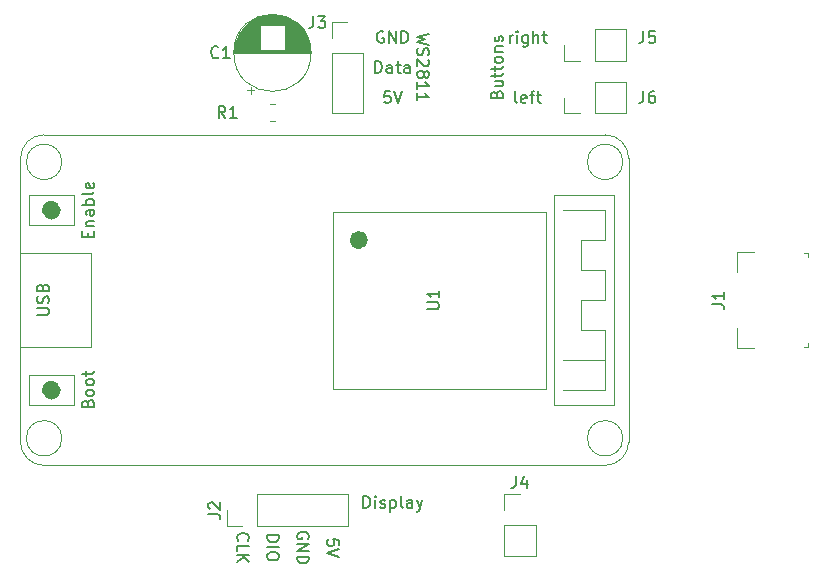
<source format=gbr>
%TF.GenerationSoftware,KiCad,Pcbnew,5.1.10*%
%TF.CreationDate,2021-10-27T21:34:53+02:00*%
%TF.ProjectId,JeanCloud_pcb_regular,4a65616e-436c-46f7-9564-5f7063625f72,rev?*%
%TF.SameCoordinates,Original*%
%TF.FileFunction,Legend,Top*%
%TF.FilePolarity,Positive*%
%FSLAX46Y46*%
G04 Gerber Fmt 4.6, Leading zero omitted, Abs format (unit mm)*
G04 Created by KiCad (PCBNEW 5.1.10) date 2021-10-27 21:34:53*
%MOMM*%
%LPD*%
G01*
G04 APERTURE LIST*
%ADD10C,0.150000*%
%ADD11C,0.100000*%
%ADD12C,0.120000*%
%ADD13C,0.800000*%
%ADD14C,1.000000*%
G04 APERTURE END LIST*
D10*
X57967619Y-71366190D02*
X58967619Y-71366190D01*
X58967619Y-71604285D01*
X58920000Y-71747142D01*
X58824761Y-71842380D01*
X58729523Y-71890000D01*
X58539047Y-71937619D01*
X58396190Y-71937619D01*
X58205714Y-71890000D01*
X58110476Y-71842380D01*
X58015238Y-71747142D01*
X57967619Y-71604285D01*
X57967619Y-71366190D01*
X57967619Y-72366190D02*
X58967619Y-72366190D01*
X58967619Y-73032857D02*
X58967619Y-73223333D01*
X58920000Y-73318571D01*
X58824761Y-73413809D01*
X58634285Y-73461428D01*
X58300952Y-73461428D01*
X58110476Y-73413809D01*
X58015238Y-73318571D01*
X57967619Y-73223333D01*
X57967619Y-73032857D01*
X58015238Y-72937619D01*
X58110476Y-72842380D01*
X58300952Y-72794761D01*
X58634285Y-72794761D01*
X58824761Y-72842380D01*
X58920000Y-72937619D01*
X58967619Y-73032857D01*
X55522857Y-71794761D02*
X55475238Y-71747142D01*
X55427619Y-71604285D01*
X55427619Y-71509047D01*
X55475238Y-71366190D01*
X55570476Y-71270952D01*
X55665714Y-71223333D01*
X55856190Y-71175714D01*
X55999047Y-71175714D01*
X56189523Y-71223333D01*
X56284761Y-71270952D01*
X56380000Y-71366190D01*
X56427619Y-71509047D01*
X56427619Y-71604285D01*
X56380000Y-71747142D01*
X56332380Y-71794761D01*
X55427619Y-72699523D02*
X55427619Y-72223333D01*
X56427619Y-72223333D01*
X55427619Y-73032857D02*
X56427619Y-73032857D01*
X55427619Y-73604285D02*
X55999047Y-73175714D01*
X56427619Y-73604285D02*
X55856190Y-73032857D01*
X64047619Y-72199523D02*
X64047619Y-71723333D01*
X63571428Y-71675714D01*
X63619047Y-71723333D01*
X63666666Y-71818571D01*
X63666666Y-72056666D01*
X63619047Y-72151904D01*
X63571428Y-72199523D01*
X63476190Y-72247142D01*
X63238095Y-72247142D01*
X63142857Y-72199523D01*
X63095238Y-72151904D01*
X63047619Y-72056666D01*
X63047619Y-71818571D01*
X63095238Y-71723333D01*
X63142857Y-71675714D01*
X64047619Y-72532857D02*
X63047619Y-72866190D01*
X64047619Y-73199523D01*
X61460000Y-71628095D02*
X61507619Y-71532857D01*
X61507619Y-71390000D01*
X61460000Y-71247142D01*
X61364761Y-71151904D01*
X61269523Y-71104285D01*
X61079047Y-71056666D01*
X60936190Y-71056666D01*
X60745714Y-71104285D01*
X60650476Y-71151904D01*
X60555238Y-71247142D01*
X60507619Y-71390000D01*
X60507619Y-71485238D01*
X60555238Y-71628095D01*
X60602857Y-71675714D01*
X60936190Y-71675714D01*
X60936190Y-71485238D01*
X60507619Y-72104285D02*
X61507619Y-72104285D01*
X60507619Y-72675714D01*
X61507619Y-72675714D01*
X60507619Y-73151904D02*
X61507619Y-73151904D01*
X61507619Y-73390000D01*
X61460000Y-73532857D01*
X61364761Y-73628095D01*
X61269523Y-73675714D01*
X61079047Y-73723333D01*
X60936190Y-73723333D01*
X60745714Y-73675714D01*
X60650476Y-73628095D01*
X60555238Y-73532857D01*
X60507619Y-73390000D01*
X60507619Y-73151904D01*
X66127619Y-69032380D02*
X66127619Y-68032380D01*
X66365714Y-68032380D01*
X66508571Y-68080000D01*
X66603809Y-68175238D01*
X66651428Y-68270476D01*
X66699047Y-68460952D01*
X66699047Y-68603809D01*
X66651428Y-68794285D01*
X66603809Y-68889523D01*
X66508571Y-68984761D01*
X66365714Y-69032380D01*
X66127619Y-69032380D01*
X67127619Y-69032380D02*
X67127619Y-68365714D01*
X67127619Y-68032380D02*
X67080000Y-68080000D01*
X67127619Y-68127619D01*
X67175238Y-68080000D01*
X67127619Y-68032380D01*
X67127619Y-68127619D01*
X67556190Y-68984761D02*
X67651428Y-69032380D01*
X67841904Y-69032380D01*
X67937142Y-68984761D01*
X67984761Y-68889523D01*
X67984761Y-68841904D01*
X67937142Y-68746666D01*
X67841904Y-68699047D01*
X67699047Y-68699047D01*
X67603809Y-68651428D01*
X67556190Y-68556190D01*
X67556190Y-68508571D01*
X67603809Y-68413333D01*
X67699047Y-68365714D01*
X67841904Y-68365714D01*
X67937142Y-68413333D01*
X68413333Y-68365714D02*
X68413333Y-69365714D01*
X68413333Y-68413333D02*
X68508571Y-68365714D01*
X68699047Y-68365714D01*
X68794285Y-68413333D01*
X68841904Y-68460952D01*
X68889523Y-68556190D01*
X68889523Y-68841904D01*
X68841904Y-68937142D01*
X68794285Y-68984761D01*
X68699047Y-69032380D01*
X68508571Y-69032380D01*
X68413333Y-68984761D01*
X69460952Y-69032380D02*
X69365714Y-68984761D01*
X69318095Y-68889523D01*
X69318095Y-68032380D01*
X70270476Y-69032380D02*
X70270476Y-68508571D01*
X70222857Y-68413333D01*
X70127619Y-68365714D01*
X69937142Y-68365714D01*
X69841904Y-68413333D01*
X70270476Y-68984761D02*
X70175238Y-69032380D01*
X69937142Y-69032380D01*
X69841904Y-68984761D01*
X69794285Y-68889523D01*
X69794285Y-68794285D01*
X69841904Y-68699047D01*
X69937142Y-68651428D01*
X70175238Y-68651428D01*
X70270476Y-68603809D01*
X70651428Y-68365714D02*
X70889523Y-69032380D01*
X71127619Y-68365714D02*
X70889523Y-69032380D01*
X70794285Y-69270476D01*
X70746666Y-69318095D01*
X70651428Y-69365714D01*
X77398571Y-34011904D02*
X77446190Y-33869047D01*
X77493809Y-33821428D01*
X77589047Y-33773809D01*
X77731904Y-33773809D01*
X77827142Y-33821428D01*
X77874761Y-33869047D01*
X77922380Y-33964285D01*
X77922380Y-34345238D01*
X76922380Y-34345238D01*
X76922380Y-34011904D01*
X76970000Y-33916666D01*
X77017619Y-33869047D01*
X77112857Y-33821428D01*
X77208095Y-33821428D01*
X77303333Y-33869047D01*
X77350952Y-33916666D01*
X77398571Y-34011904D01*
X77398571Y-34345238D01*
X77255714Y-32916666D02*
X77922380Y-32916666D01*
X77255714Y-33345238D02*
X77779523Y-33345238D01*
X77874761Y-33297619D01*
X77922380Y-33202380D01*
X77922380Y-33059523D01*
X77874761Y-32964285D01*
X77827142Y-32916666D01*
X77255714Y-32583333D02*
X77255714Y-32202380D01*
X76922380Y-32440476D02*
X77779523Y-32440476D01*
X77874761Y-32392857D01*
X77922380Y-32297619D01*
X77922380Y-32202380D01*
X77255714Y-32011904D02*
X77255714Y-31630952D01*
X76922380Y-31869047D02*
X77779523Y-31869047D01*
X77874761Y-31821428D01*
X77922380Y-31726190D01*
X77922380Y-31630952D01*
X77922380Y-31154761D02*
X77874761Y-31250000D01*
X77827142Y-31297619D01*
X77731904Y-31345238D01*
X77446190Y-31345238D01*
X77350952Y-31297619D01*
X77303333Y-31250000D01*
X77255714Y-31154761D01*
X77255714Y-31011904D01*
X77303333Y-30916666D01*
X77350952Y-30869047D01*
X77446190Y-30821428D01*
X77731904Y-30821428D01*
X77827142Y-30869047D01*
X77874761Y-30916666D01*
X77922380Y-31011904D01*
X77922380Y-31154761D01*
X77255714Y-30392857D02*
X77922380Y-30392857D01*
X77350952Y-30392857D02*
X77303333Y-30345238D01*
X77255714Y-30250000D01*
X77255714Y-30107142D01*
X77303333Y-30011904D01*
X77398571Y-29964285D01*
X77922380Y-29964285D01*
X77874761Y-29535714D02*
X77922380Y-29440476D01*
X77922380Y-29250000D01*
X77874761Y-29154761D01*
X77779523Y-29107142D01*
X77731904Y-29107142D01*
X77636666Y-29154761D01*
X77589047Y-29250000D01*
X77589047Y-29392857D01*
X77541428Y-29488095D01*
X77446190Y-29535714D01*
X77398571Y-29535714D01*
X77303333Y-29488095D01*
X77255714Y-29392857D01*
X77255714Y-29250000D01*
X77303333Y-29154761D01*
X79129047Y-34742380D02*
X79033809Y-34694761D01*
X78986190Y-34599523D01*
X78986190Y-33742380D01*
X79890952Y-34694761D02*
X79795714Y-34742380D01*
X79605238Y-34742380D01*
X79510000Y-34694761D01*
X79462380Y-34599523D01*
X79462380Y-34218571D01*
X79510000Y-34123333D01*
X79605238Y-34075714D01*
X79795714Y-34075714D01*
X79890952Y-34123333D01*
X79938571Y-34218571D01*
X79938571Y-34313809D01*
X79462380Y-34409047D01*
X80224285Y-34075714D02*
X80605238Y-34075714D01*
X80367142Y-34742380D02*
X80367142Y-33885238D01*
X80414761Y-33790000D01*
X80510000Y-33742380D01*
X80605238Y-33742380D01*
X80795714Y-34075714D02*
X81176666Y-34075714D01*
X80938571Y-33742380D02*
X80938571Y-34599523D01*
X80986190Y-34694761D01*
X81081428Y-34742380D01*
X81176666Y-34742380D01*
X78510000Y-29662380D02*
X78510000Y-28995714D01*
X78510000Y-29186190D02*
X78557619Y-29090952D01*
X78605238Y-29043333D01*
X78700476Y-28995714D01*
X78795714Y-28995714D01*
X79129047Y-29662380D02*
X79129047Y-28995714D01*
X79129047Y-28662380D02*
X79081428Y-28710000D01*
X79129047Y-28757619D01*
X79176666Y-28710000D01*
X79129047Y-28662380D01*
X79129047Y-28757619D01*
X80033809Y-28995714D02*
X80033809Y-29805238D01*
X79986190Y-29900476D01*
X79938571Y-29948095D01*
X79843333Y-29995714D01*
X79700476Y-29995714D01*
X79605238Y-29948095D01*
X80033809Y-29614761D02*
X79938571Y-29662380D01*
X79748095Y-29662380D01*
X79652857Y-29614761D01*
X79605238Y-29567142D01*
X79557619Y-29471904D01*
X79557619Y-29186190D01*
X79605238Y-29090952D01*
X79652857Y-29043333D01*
X79748095Y-28995714D01*
X79938571Y-28995714D01*
X80033809Y-29043333D01*
X80510000Y-29662380D02*
X80510000Y-28662380D01*
X80938571Y-29662380D02*
X80938571Y-29138571D01*
X80890952Y-29043333D01*
X80795714Y-28995714D01*
X80652857Y-28995714D01*
X80557619Y-29043333D01*
X80510000Y-29090952D01*
X81271904Y-28995714D02*
X81652857Y-28995714D01*
X81414761Y-28662380D02*
X81414761Y-29519523D01*
X81462380Y-29614761D01*
X81557619Y-29662380D01*
X81652857Y-29662380D01*
X71667619Y-28940476D02*
X70667619Y-29178571D01*
X71381904Y-29369047D01*
X70667619Y-29559523D01*
X71667619Y-29797619D01*
X70715238Y-30130952D02*
X70667619Y-30273809D01*
X70667619Y-30511904D01*
X70715238Y-30607142D01*
X70762857Y-30654761D01*
X70858095Y-30702380D01*
X70953333Y-30702380D01*
X71048571Y-30654761D01*
X71096190Y-30607142D01*
X71143809Y-30511904D01*
X71191428Y-30321428D01*
X71239047Y-30226190D01*
X71286666Y-30178571D01*
X71381904Y-30130952D01*
X71477142Y-30130952D01*
X71572380Y-30178571D01*
X71620000Y-30226190D01*
X71667619Y-30321428D01*
X71667619Y-30559523D01*
X71620000Y-30702380D01*
X71572380Y-31083333D02*
X71620000Y-31130952D01*
X71667619Y-31226190D01*
X71667619Y-31464285D01*
X71620000Y-31559523D01*
X71572380Y-31607142D01*
X71477142Y-31654761D01*
X71381904Y-31654761D01*
X71239047Y-31607142D01*
X70667619Y-31035714D01*
X70667619Y-31654761D01*
X71239047Y-32226190D02*
X71286666Y-32130952D01*
X71334285Y-32083333D01*
X71429523Y-32035714D01*
X71477142Y-32035714D01*
X71572380Y-32083333D01*
X71620000Y-32130952D01*
X71667619Y-32226190D01*
X71667619Y-32416666D01*
X71620000Y-32511904D01*
X71572380Y-32559523D01*
X71477142Y-32607142D01*
X71429523Y-32607142D01*
X71334285Y-32559523D01*
X71286666Y-32511904D01*
X71239047Y-32416666D01*
X71239047Y-32226190D01*
X71191428Y-32130952D01*
X71143809Y-32083333D01*
X71048571Y-32035714D01*
X70858095Y-32035714D01*
X70762857Y-32083333D01*
X70715238Y-32130952D01*
X70667619Y-32226190D01*
X70667619Y-32416666D01*
X70715238Y-32511904D01*
X70762857Y-32559523D01*
X70858095Y-32607142D01*
X71048571Y-32607142D01*
X71143809Y-32559523D01*
X71191428Y-32511904D01*
X71239047Y-32416666D01*
X70667619Y-33559523D02*
X70667619Y-32988095D01*
X70667619Y-33273809D02*
X71667619Y-33273809D01*
X71524761Y-33178571D01*
X71429523Y-33083333D01*
X71381904Y-32988095D01*
X70667619Y-34511904D02*
X70667619Y-33940476D01*
X70667619Y-34226190D02*
X71667619Y-34226190D01*
X71524761Y-34130952D01*
X71429523Y-34035714D01*
X71381904Y-33940476D01*
X68389523Y-33742380D02*
X67913333Y-33742380D01*
X67865714Y-34218571D01*
X67913333Y-34170952D01*
X68008571Y-34123333D01*
X68246666Y-34123333D01*
X68341904Y-34170952D01*
X68389523Y-34218571D01*
X68437142Y-34313809D01*
X68437142Y-34551904D01*
X68389523Y-34647142D01*
X68341904Y-34694761D01*
X68246666Y-34742380D01*
X68008571Y-34742380D01*
X67913333Y-34694761D01*
X67865714Y-34647142D01*
X68722857Y-33742380D02*
X69056190Y-34742380D01*
X69389523Y-33742380D01*
X67127619Y-32202380D02*
X67127619Y-31202380D01*
X67365714Y-31202380D01*
X67508571Y-31250000D01*
X67603809Y-31345238D01*
X67651428Y-31440476D01*
X67699047Y-31630952D01*
X67699047Y-31773809D01*
X67651428Y-31964285D01*
X67603809Y-32059523D01*
X67508571Y-32154761D01*
X67365714Y-32202380D01*
X67127619Y-32202380D01*
X68556190Y-32202380D02*
X68556190Y-31678571D01*
X68508571Y-31583333D01*
X68413333Y-31535714D01*
X68222857Y-31535714D01*
X68127619Y-31583333D01*
X68556190Y-32154761D02*
X68460952Y-32202380D01*
X68222857Y-32202380D01*
X68127619Y-32154761D01*
X68080000Y-32059523D01*
X68080000Y-31964285D01*
X68127619Y-31869047D01*
X68222857Y-31821428D01*
X68460952Y-31821428D01*
X68556190Y-31773809D01*
X68889523Y-31535714D02*
X69270476Y-31535714D01*
X69032380Y-31202380D02*
X69032380Y-32059523D01*
X69080000Y-32154761D01*
X69175238Y-32202380D01*
X69270476Y-32202380D01*
X70032380Y-32202380D02*
X70032380Y-31678571D01*
X69984761Y-31583333D01*
X69889523Y-31535714D01*
X69699047Y-31535714D01*
X69603809Y-31583333D01*
X70032380Y-32154761D02*
X69937142Y-32202380D01*
X69699047Y-32202380D01*
X69603809Y-32154761D01*
X69556190Y-32059523D01*
X69556190Y-31964285D01*
X69603809Y-31869047D01*
X69699047Y-31821428D01*
X69937142Y-31821428D01*
X70032380Y-31773809D01*
X67818095Y-28710000D02*
X67722857Y-28662380D01*
X67580000Y-28662380D01*
X67437142Y-28710000D01*
X67341904Y-28805238D01*
X67294285Y-28900476D01*
X67246666Y-29090952D01*
X67246666Y-29233809D01*
X67294285Y-29424285D01*
X67341904Y-29519523D01*
X67437142Y-29614761D01*
X67580000Y-29662380D01*
X67675238Y-29662380D01*
X67818095Y-29614761D01*
X67865714Y-29567142D01*
X67865714Y-29233809D01*
X67675238Y-29233809D01*
X68294285Y-29662380D02*
X68294285Y-28662380D01*
X68865714Y-29662380D01*
X68865714Y-28662380D01*
X69341904Y-29662380D02*
X69341904Y-28662380D01*
X69580000Y-28662380D01*
X69722857Y-28710000D01*
X69818095Y-28805238D01*
X69865714Y-28900476D01*
X69913333Y-29090952D01*
X69913333Y-29233809D01*
X69865714Y-29424285D01*
X69818095Y-29519523D01*
X69722857Y-29614761D01*
X69580000Y-29662380D01*
X69341904Y-29662380D01*
D11*
%TO.C,J1*%
X97765000Y-55485000D02*
X99215000Y-55485000D01*
X97755000Y-55485000D02*
X97755000Y-53835000D01*
X97745000Y-47375000D02*
X97745000Y-49035000D01*
X97745000Y-47375000D02*
X99215000Y-47375000D01*
X103425000Y-55448324D02*
X103805000Y-55448324D01*
X103805000Y-55448324D02*
X103805000Y-55078324D01*
X103806848Y-47420092D02*
X103806848Y-47790092D01*
X103426848Y-47420092D02*
X103806848Y-47420092D01*
D12*
%TO.C,J2*%
X64830000Y-70545000D02*
X64830000Y-67885000D01*
X57150000Y-70545000D02*
X64830000Y-70545000D01*
X57150000Y-67885000D02*
X64830000Y-67885000D01*
X57150000Y-70545000D02*
X57150000Y-67885000D01*
X55880000Y-70545000D02*
X54550000Y-70545000D01*
X54550000Y-70545000D02*
X54550000Y-69215000D01*
%TO.C,J3*%
X63440000Y-35620000D02*
X66100000Y-35620000D01*
X63440000Y-30480000D02*
X63440000Y-35620000D01*
X66100000Y-30480000D02*
X66100000Y-35620000D01*
X63440000Y-30480000D02*
X66100000Y-30480000D01*
X63440000Y-29210000D02*
X63440000Y-27880000D01*
X63440000Y-27880000D02*
X64770000Y-27880000D01*
%TO.C,J4*%
X78045000Y-73085000D02*
X80705000Y-73085000D01*
X78045000Y-70485000D02*
X78045000Y-73085000D01*
X80705000Y-70485000D02*
X80705000Y-73085000D01*
X78045000Y-70485000D02*
X80705000Y-70485000D01*
X78045000Y-69215000D02*
X78045000Y-67885000D01*
X78045000Y-67885000D02*
X79375000Y-67885000D01*
%TO.C,J5*%
X83125000Y-31175000D02*
X83125000Y-29845000D01*
X84455000Y-31175000D02*
X83125000Y-31175000D01*
X85725000Y-31175000D02*
X85725000Y-28515000D01*
X85725000Y-28515000D02*
X88325000Y-28515000D01*
X85725000Y-31175000D02*
X88325000Y-31175000D01*
X88325000Y-31175000D02*
X88325000Y-28515000D01*
%TO.C,J6*%
X88325000Y-35620000D02*
X88325000Y-32960000D01*
X85725000Y-35620000D02*
X88325000Y-35620000D01*
X85725000Y-32960000D02*
X88325000Y-32960000D01*
X85725000Y-35620000D02*
X85725000Y-32960000D01*
X84455000Y-35620000D02*
X83125000Y-35620000D01*
X83125000Y-35620000D02*
X83125000Y-34290000D01*
%TO.C,U1*%
X88090000Y-39735000D02*
G75*
G03*
X88090000Y-39735000I-1500000J0D01*
G01*
X88090000Y-63135000D02*
G75*
G03*
X88090000Y-63135000I-1500000J0D01*
G01*
X39090000Y-65435000D02*
X86590000Y-65435000D01*
X86590000Y-37435000D02*
X39090000Y-37435000D01*
X37090000Y-39435000D02*
X37090000Y-63435000D01*
X88590000Y-39435000D02*
X88590000Y-63435000D01*
X40590000Y-39735000D02*
G75*
G03*
X40590000Y-39735000I-1500000J0D01*
G01*
X40590000Y-63135000D02*
G75*
G03*
X40590000Y-63135000I-1500000J0D01*
G01*
X43090000Y-47435000D02*
X37090000Y-47435000D01*
X43090000Y-55435000D02*
X37090000Y-55435000D01*
X43090000Y-47435000D02*
X43090000Y-55435000D01*
X87320000Y-42545000D02*
X87320000Y-60325000D01*
X87320000Y-60325000D02*
X82240000Y-60325000D01*
X82240000Y-60325000D02*
X82240000Y-42545000D01*
X82240000Y-42545000D02*
X87320000Y-42545000D01*
X83002000Y-43815000D02*
X86558000Y-43815000D01*
X86558000Y-43815000D02*
X86558000Y-46355000D01*
X86558000Y-46355000D02*
X84526000Y-46355000D01*
X84526000Y-46355000D02*
X84526000Y-48895000D01*
X84526000Y-48895000D02*
X86558000Y-48895000D01*
X86558000Y-48895000D02*
X86558000Y-51435000D01*
X86558000Y-51435000D02*
X84526000Y-51435000D01*
X84526000Y-51435000D02*
X84526000Y-53975000D01*
X84526000Y-53975000D02*
X86558000Y-53975000D01*
X86558000Y-53975000D02*
X86558000Y-59055000D01*
X86558000Y-59055000D02*
X83002000Y-59055000D01*
X86558000Y-56515000D02*
X83002000Y-56515000D01*
X81590000Y-43935000D02*
X81590000Y-58935000D01*
X81590000Y-58935000D02*
X63590000Y-58935000D01*
X63590000Y-58935000D02*
X63590000Y-43935000D01*
X63590000Y-43935000D02*
X81590000Y-43935000D01*
D13*
X66130000Y-46355000D02*
G75*
G03*
X66130000Y-46355000I-400000J0D01*
G01*
D12*
X41600000Y-57785000D02*
X41600000Y-60325000D01*
X41600000Y-60325000D02*
X37790000Y-60325000D01*
X37790000Y-60325000D02*
X37790000Y-57785000D01*
X37790000Y-57785000D02*
X41600000Y-57785000D01*
X37790000Y-45085000D02*
X37790000Y-42545000D01*
X37790000Y-42545000D02*
X41600000Y-42545000D01*
X41600000Y-42545000D02*
X41600000Y-45085000D01*
X41600000Y-45085000D02*
X37790000Y-45085000D01*
D14*
X39995000Y-43815000D02*
G75*
G03*
X39995000Y-43815000I-300000J0D01*
G01*
X39995000Y-59055000D02*
G75*
G03*
X39995000Y-59055000I-300000J0D01*
G01*
D12*
X88590000Y-63435000D02*
G75*
G02*
X86590000Y-65435000I-2000000J0D01*
G01*
X86590000Y-37435000D02*
G75*
G02*
X88590000Y-39435000I0J-2000000D01*
G01*
X37090000Y-39435000D02*
G75*
G02*
X39090000Y-37435000I2000000J0D01*
G01*
X39090000Y-65435000D02*
G75*
G02*
X37090000Y-63435000I0J2000000D01*
G01*
%TO.C,C1*%
X56266000Y-33685241D02*
X56896000Y-33685241D01*
X56581000Y-34000241D02*
X56581000Y-33370241D01*
X58018000Y-27259000D02*
X58822000Y-27259000D01*
X57787000Y-27299000D02*
X59053000Y-27299000D01*
X57618000Y-27339000D02*
X59222000Y-27339000D01*
X57480000Y-27379000D02*
X59360000Y-27379000D01*
X57361000Y-27419000D02*
X59479000Y-27419000D01*
X57255000Y-27459000D02*
X59585000Y-27459000D01*
X57158000Y-27499000D02*
X59682000Y-27499000D01*
X57070000Y-27539000D02*
X59770000Y-27539000D01*
X56988000Y-27579000D02*
X59852000Y-27579000D01*
X56911000Y-27619000D02*
X59929000Y-27619000D01*
X56839000Y-27659000D02*
X60001000Y-27659000D01*
X56770000Y-27699000D02*
X60070000Y-27699000D01*
X56706000Y-27739000D02*
X60134000Y-27739000D01*
X56644000Y-27779000D02*
X60196000Y-27779000D01*
X56586000Y-27819000D02*
X60254000Y-27819000D01*
X56530000Y-27859000D02*
X60310000Y-27859000D01*
X56476000Y-27899000D02*
X60364000Y-27899000D01*
X56425000Y-27939000D02*
X60415000Y-27939000D01*
X56376000Y-27979000D02*
X60464000Y-27979000D01*
X56328000Y-28019000D02*
X60512000Y-28019000D01*
X56283000Y-28059000D02*
X60557000Y-28059000D01*
X56238000Y-28099000D02*
X60602000Y-28099000D01*
X56196000Y-28139000D02*
X60644000Y-28139000D01*
X56155000Y-28179000D02*
X60685000Y-28179000D01*
X59460000Y-28219000D02*
X60725000Y-28219000D01*
X56115000Y-28219000D02*
X57380000Y-28219000D01*
X59460000Y-28259000D02*
X60763000Y-28259000D01*
X56077000Y-28259000D02*
X57380000Y-28259000D01*
X59460000Y-28299000D02*
X60800000Y-28299000D01*
X56040000Y-28299000D02*
X57380000Y-28299000D01*
X59460000Y-28339000D02*
X60836000Y-28339000D01*
X56004000Y-28339000D02*
X57380000Y-28339000D01*
X59460000Y-28379000D02*
X60870000Y-28379000D01*
X55970000Y-28379000D02*
X57380000Y-28379000D01*
X59460000Y-28419000D02*
X60904000Y-28419000D01*
X55936000Y-28419000D02*
X57380000Y-28419000D01*
X59460000Y-28459000D02*
X60936000Y-28459000D01*
X55904000Y-28459000D02*
X57380000Y-28459000D01*
X59460000Y-28499000D02*
X60968000Y-28499000D01*
X55872000Y-28499000D02*
X57380000Y-28499000D01*
X59460000Y-28539000D02*
X60998000Y-28539000D01*
X55842000Y-28539000D02*
X57380000Y-28539000D01*
X59460000Y-28579000D02*
X61027000Y-28579000D01*
X55813000Y-28579000D02*
X57380000Y-28579000D01*
X59460000Y-28619000D02*
X61056000Y-28619000D01*
X55784000Y-28619000D02*
X57380000Y-28619000D01*
X59460000Y-28659000D02*
X61084000Y-28659000D01*
X55756000Y-28659000D02*
X57380000Y-28659000D01*
X59460000Y-28699000D02*
X61110000Y-28699000D01*
X55730000Y-28699000D02*
X57380000Y-28699000D01*
X59460000Y-28739000D02*
X61136000Y-28739000D01*
X55704000Y-28739000D02*
X57380000Y-28739000D01*
X59460000Y-28779000D02*
X61162000Y-28779000D01*
X55678000Y-28779000D02*
X57380000Y-28779000D01*
X59460000Y-28819000D02*
X61186000Y-28819000D01*
X55654000Y-28819000D02*
X57380000Y-28819000D01*
X59460000Y-28859000D02*
X61210000Y-28859000D01*
X55630000Y-28859000D02*
X57380000Y-28859000D01*
X59460000Y-28899000D02*
X61232000Y-28899000D01*
X55608000Y-28899000D02*
X57380000Y-28899000D01*
X59460000Y-28939000D02*
X61254000Y-28939000D01*
X55586000Y-28939000D02*
X57380000Y-28939000D01*
X59460000Y-28979000D02*
X61276000Y-28979000D01*
X55564000Y-28979000D02*
X57380000Y-28979000D01*
X59460000Y-29019000D02*
X61296000Y-29019000D01*
X55544000Y-29019000D02*
X57380000Y-29019000D01*
X59460000Y-29059000D02*
X61316000Y-29059000D01*
X55524000Y-29059000D02*
X57380000Y-29059000D01*
X59460000Y-29099000D02*
X61336000Y-29099000D01*
X55504000Y-29099000D02*
X57380000Y-29099000D01*
X59460000Y-29139000D02*
X61354000Y-29139000D01*
X55486000Y-29139000D02*
X57380000Y-29139000D01*
X59460000Y-29179000D02*
X61372000Y-29179000D01*
X55468000Y-29179000D02*
X57380000Y-29179000D01*
X59460000Y-29219000D02*
X61390000Y-29219000D01*
X55450000Y-29219000D02*
X57380000Y-29219000D01*
X59460000Y-29259000D02*
X61406000Y-29259000D01*
X55434000Y-29259000D02*
X57380000Y-29259000D01*
X59460000Y-29299000D02*
X61422000Y-29299000D01*
X55418000Y-29299000D02*
X57380000Y-29299000D01*
X59460000Y-29339000D02*
X61438000Y-29339000D01*
X55402000Y-29339000D02*
X57380000Y-29339000D01*
X59460000Y-29379000D02*
X61453000Y-29379000D01*
X55387000Y-29379000D02*
X57380000Y-29379000D01*
X59460000Y-29419000D02*
X61467000Y-29419000D01*
X55373000Y-29419000D02*
X57380000Y-29419000D01*
X59460000Y-29459000D02*
X61481000Y-29459000D01*
X55359000Y-29459000D02*
X57380000Y-29459000D01*
X59460000Y-29499000D02*
X61494000Y-29499000D01*
X55346000Y-29499000D02*
X57380000Y-29499000D01*
X59460000Y-29539000D02*
X61506000Y-29539000D01*
X55334000Y-29539000D02*
X57380000Y-29539000D01*
X59460000Y-29579000D02*
X61518000Y-29579000D01*
X55322000Y-29579000D02*
X57380000Y-29579000D01*
X59460000Y-29619000D02*
X61530000Y-29619000D01*
X55310000Y-29619000D02*
X57380000Y-29619000D01*
X59460000Y-29659000D02*
X61541000Y-29659000D01*
X55299000Y-29659000D02*
X57380000Y-29659000D01*
X59460000Y-29699000D02*
X61551000Y-29699000D01*
X55289000Y-29699000D02*
X57380000Y-29699000D01*
X59460000Y-29739000D02*
X61561000Y-29739000D01*
X55279000Y-29739000D02*
X57380000Y-29739000D01*
X59460000Y-29779000D02*
X61570000Y-29779000D01*
X55270000Y-29779000D02*
X57380000Y-29779000D01*
X59460000Y-29820000D02*
X61579000Y-29820000D01*
X55261000Y-29820000D02*
X57380000Y-29820000D01*
X59460000Y-29860000D02*
X61587000Y-29860000D01*
X55253000Y-29860000D02*
X57380000Y-29860000D01*
X59460000Y-29900000D02*
X61595000Y-29900000D01*
X55245000Y-29900000D02*
X57380000Y-29900000D01*
X59460000Y-29940000D02*
X61602000Y-29940000D01*
X55238000Y-29940000D02*
X57380000Y-29940000D01*
X59460000Y-29980000D02*
X61609000Y-29980000D01*
X55231000Y-29980000D02*
X57380000Y-29980000D01*
X59460000Y-30020000D02*
X61615000Y-30020000D01*
X55225000Y-30020000D02*
X57380000Y-30020000D01*
X59460000Y-30060000D02*
X61621000Y-30060000D01*
X55219000Y-30060000D02*
X57380000Y-30060000D01*
X59460000Y-30100000D02*
X61626000Y-30100000D01*
X55214000Y-30100000D02*
X57380000Y-30100000D01*
X59460000Y-30140000D02*
X61631000Y-30140000D01*
X55209000Y-30140000D02*
X57380000Y-30140000D01*
X59460000Y-30180000D02*
X61635000Y-30180000D01*
X55205000Y-30180000D02*
X57380000Y-30180000D01*
X59460000Y-30220000D02*
X61638000Y-30220000D01*
X55202000Y-30220000D02*
X57380000Y-30220000D01*
X59460000Y-30260000D02*
X61642000Y-30260000D01*
X55198000Y-30260000D02*
X57380000Y-30260000D01*
X55196000Y-30300000D02*
X61644000Y-30300000D01*
X55193000Y-30340000D02*
X61647000Y-30340000D01*
X55192000Y-30380000D02*
X61648000Y-30380000D01*
X55190000Y-30420000D02*
X61650000Y-30420000D01*
X55190000Y-30460000D02*
X61650000Y-30460000D01*
X55190000Y-30500000D02*
X61650000Y-30500000D01*
X61690000Y-30500000D02*
G75*
G03*
X61690000Y-30500000I-3270000J0D01*
G01*
%TO.C,R1*%
X58647064Y-34825000D02*
X58192936Y-34825000D01*
X58647064Y-36295000D02*
X58192936Y-36295000D01*
%TO.C,J1*%
D10*
X95667380Y-51768333D02*
X96381666Y-51768333D01*
X96524523Y-51815952D01*
X96619761Y-51911190D01*
X96667380Y-52054047D01*
X96667380Y-52149285D01*
X96667380Y-50768333D02*
X96667380Y-51339761D01*
X96667380Y-51054047D02*
X95667380Y-51054047D01*
X95810238Y-51149285D01*
X95905476Y-51244523D01*
X95953095Y-51339761D01*
%TO.C,J2*%
X53002380Y-69548333D02*
X53716666Y-69548333D01*
X53859523Y-69595952D01*
X53954761Y-69691190D01*
X54002380Y-69834047D01*
X54002380Y-69929285D01*
X53097619Y-69119761D02*
X53050000Y-69072142D01*
X53002380Y-68976904D01*
X53002380Y-68738809D01*
X53050000Y-68643571D01*
X53097619Y-68595952D01*
X53192857Y-68548333D01*
X53288095Y-68548333D01*
X53430952Y-68595952D01*
X54002380Y-69167380D01*
X54002380Y-68548333D01*
%TO.C,J3*%
X61896666Y-27392380D02*
X61896666Y-28106666D01*
X61849047Y-28249523D01*
X61753809Y-28344761D01*
X61610952Y-28392380D01*
X61515714Y-28392380D01*
X62277619Y-27392380D02*
X62896666Y-27392380D01*
X62563333Y-27773333D01*
X62706190Y-27773333D01*
X62801428Y-27820952D01*
X62849047Y-27868571D01*
X62896666Y-27963809D01*
X62896666Y-28201904D01*
X62849047Y-28297142D01*
X62801428Y-28344761D01*
X62706190Y-28392380D01*
X62420476Y-28392380D01*
X62325238Y-28344761D01*
X62277619Y-28297142D01*
%TO.C,J4*%
X79041666Y-66337380D02*
X79041666Y-67051666D01*
X78994047Y-67194523D01*
X78898809Y-67289761D01*
X78755952Y-67337380D01*
X78660714Y-67337380D01*
X79946428Y-66670714D02*
X79946428Y-67337380D01*
X79708333Y-66289761D02*
X79470238Y-67004047D01*
X80089285Y-67004047D01*
%TO.C,J5*%
X89836666Y-28662380D02*
X89836666Y-29376666D01*
X89789047Y-29519523D01*
X89693809Y-29614761D01*
X89550952Y-29662380D01*
X89455714Y-29662380D01*
X90789047Y-28662380D02*
X90312857Y-28662380D01*
X90265238Y-29138571D01*
X90312857Y-29090952D01*
X90408095Y-29043333D01*
X90646190Y-29043333D01*
X90741428Y-29090952D01*
X90789047Y-29138571D01*
X90836666Y-29233809D01*
X90836666Y-29471904D01*
X90789047Y-29567142D01*
X90741428Y-29614761D01*
X90646190Y-29662380D01*
X90408095Y-29662380D01*
X90312857Y-29614761D01*
X90265238Y-29567142D01*
%TO.C,J6*%
X89836666Y-33742380D02*
X89836666Y-34456666D01*
X89789047Y-34599523D01*
X89693809Y-34694761D01*
X89550952Y-34742380D01*
X89455714Y-34742380D01*
X90741428Y-33742380D02*
X90550952Y-33742380D01*
X90455714Y-33790000D01*
X90408095Y-33837619D01*
X90312857Y-33980476D01*
X90265238Y-34170952D01*
X90265238Y-34551904D01*
X90312857Y-34647142D01*
X90360476Y-34694761D01*
X90455714Y-34742380D01*
X90646190Y-34742380D01*
X90741428Y-34694761D01*
X90789047Y-34647142D01*
X90836666Y-34551904D01*
X90836666Y-34313809D01*
X90789047Y-34218571D01*
X90741428Y-34170952D01*
X90646190Y-34123333D01*
X90455714Y-34123333D01*
X90360476Y-34170952D01*
X90312857Y-34218571D01*
X90265238Y-34313809D01*
%TO.C,U1*%
X71532380Y-52196904D02*
X72341904Y-52196904D01*
X72437142Y-52149285D01*
X72484761Y-52101666D01*
X72532380Y-52006428D01*
X72532380Y-51815952D01*
X72484761Y-51720714D01*
X72437142Y-51673095D01*
X72341904Y-51625476D01*
X71532380Y-51625476D01*
X72532380Y-50625476D02*
X72532380Y-51196904D01*
X72532380Y-50911190D02*
X71532380Y-50911190D01*
X71675238Y-51006428D01*
X71770476Y-51101666D01*
X71818095Y-51196904D01*
X38512380Y-52696904D02*
X39321904Y-52696904D01*
X39417142Y-52649285D01*
X39464761Y-52601666D01*
X39512380Y-52506428D01*
X39512380Y-52315952D01*
X39464761Y-52220714D01*
X39417142Y-52173095D01*
X39321904Y-52125476D01*
X38512380Y-52125476D01*
X39464761Y-51696904D02*
X39512380Y-51554047D01*
X39512380Y-51315952D01*
X39464761Y-51220714D01*
X39417142Y-51173095D01*
X39321904Y-51125476D01*
X39226666Y-51125476D01*
X39131428Y-51173095D01*
X39083809Y-51220714D01*
X39036190Y-51315952D01*
X38988571Y-51506428D01*
X38940952Y-51601666D01*
X38893333Y-51649285D01*
X38798095Y-51696904D01*
X38702857Y-51696904D01*
X38607619Y-51649285D01*
X38560000Y-51601666D01*
X38512380Y-51506428D01*
X38512380Y-51268333D01*
X38560000Y-51125476D01*
X38988571Y-50363571D02*
X39036190Y-50220714D01*
X39083809Y-50173095D01*
X39179047Y-50125476D01*
X39321904Y-50125476D01*
X39417142Y-50173095D01*
X39464761Y-50220714D01*
X39512380Y-50315952D01*
X39512380Y-50696904D01*
X38512380Y-50696904D01*
X38512380Y-50363571D01*
X38560000Y-50268333D01*
X38607619Y-50220714D01*
X38702857Y-50173095D01*
X38798095Y-50173095D01*
X38893333Y-50220714D01*
X38940952Y-50268333D01*
X38988571Y-50363571D01*
X38988571Y-50696904D01*
X42798571Y-60174047D02*
X42846190Y-60031190D01*
X42893809Y-59983571D01*
X42989047Y-59935952D01*
X43131904Y-59935952D01*
X43227142Y-59983571D01*
X43274761Y-60031190D01*
X43322380Y-60126428D01*
X43322380Y-60507380D01*
X42322380Y-60507380D01*
X42322380Y-60174047D01*
X42370000Y-60078809D01*
X42417619Y-60031190D01*
X42512857Y-59983571D01*
X42608095Y-59983571D01*
X42703333Y-60031190D01*
X42750952Y-60078809D01*
X42798571Y-60174047D01*
X42798571Y-60507380D01*
X43322380Y-59364523D02*
X43274761Y-59459761D01*
X43227142Y-59507380D01*
X43131904Y-59555000D01*
X42846190Y-59555000D01*
X42750952Y-59507380D01*
X42703333Y-59459761D01*
X42655714Y-59364523D01*
X42655714Y-59221666D01*
X42703333Y-59126428D01*
X42750952Y-59078809D01*
X42846190Y-59031190D01*
X43131904Y-59031190D01*
X43227142Y-59078809D01*
X43274761Y-59126428D01*
X43322380Y-59221666D01*
X43322380Y-59364523D01*
X43322380Y-58459761D02*
X43274761Y-58555000D01*
X43227142Y-58602619D01*
X43131904Y-58650238D01*
X42846190Y-58650238D01*
X42750952Y-58602619D01*
X42703333Y-58555000D01*
X42655714Y-58459761D01*
X42655714Y-58316904D01*
X42703333Y-58221666D01*
X42750952Y-58174047D01*
X42846190Y-58126428D01*
X43131904Y-58126428D01*
X43227142Y-58174047D01*
X43274761Y-58221666D01*
X43322380Y-58316904D01*
X43322380Y-58459761D01*
X42655714Y-57840714D02*
X42655714Y-57459761D01*
X42322380Y-57697857D02*
X43179523Y-57697857D01*
X43274761Y-57650238D01*
X43322380Y-57555000D01*
X43322380Y-57459761D01*
X42798571Y-46076904D02*
X42798571Y-45743571D01*
X43322380Y-45600714D02*
X43322380Y-46076904D01*
X42322380Y-46076904D01*
X42322380Y-45600714D01*
X42655714Y-45172142D02*
X43322380Y-45172142D01*
X42750952Y-45172142D02*
X42703333Y-45124523D01*
X42655714Y-45029285D01*
X42655714Y-44886428D01*
X42703333Y-44791190D01*
X42798571Y-44743571D01*
X43322380Y-44743571D01*
X43322380Y-43838809D02*
X42798571Y-43838809D01*
X42703333Y-43886428D01*
X42655714Y-43981666D01*
X42655714Y-44172142D01*
X42703333Y-44267380D01*
X43274761Y-43838809D02*
X43322380Y-43934047D01*
X43322380Y-44172142D01*
X43274761Y-44267380D01*
X43179523Y-44315000D01*
X43084285Y-44315000D01*
X42989047Y-44267380D01*
X42941428Y-44172142D01*
X42941428Y-43934047D01*
X42893809Y-43838809D01*
X43322380Y-43362619D02*
X42322380Y-43362619D01*
X42703333Y-43362619D02*
X42655714Y-43267380D01*
X42655714Y-43076904D01*
X42703333Y-42981666D01*
X42750952Y-42934047D01*
X42846190Y-42886428D01*
X43131904Y-42886428D01*
X43227142Y-42934047D01*
X43274761Y-42981666D01*
X43322380Y-43076904D01*
X43322380Y-43267380D01*
X43274761Y-43362619D01*
X43322380Y-42315000D02*
X43274761Y-42410238D01*
X43179523Y-42457857D01*
X42322380Y-42457857D01*
X43274761Y-41553095D02*
X43322380Y-41648333D01*
X43322380Y-41838809D01*
X43274761Y-41934047D01*
X43179523Y-41981666D01*
X42798571Y-41981666D01*
X42703333Y-41934047D01*
X42655714Y-41838809D01*
X42655714Y-41648333D01*
X42703333Y-41553095D01*
X42798571Y-41505476D01*
X42893809Y-41505476D01*
X42989047Y-41981666D01*
%TO.C,C1*%
X53853333Y-30857142D02*
X53805714Y-30904761D01*
X53662857Y-30952380D01*
X53567619Y-30952380D01*
X53424761Y-30904761D01*
X53329523Y-30809523D01*
X53281904Y-30714285D01*
X53234285Y-30523809D01*
X53234285Y-30380952D01*
X53281904Y-30190476D01*
X53329523Y-30095238D01*
X53424761Y-30000000D01*
X53567619Y-29952380D01*
X53662857Y-29952380D01*
X53805714Y-30000000D01*
X53853333Y-30047619D01*
X54805714Y-30952380D02*
X54234285Y-30952380D01*
X54520000Y-30952380D02*
X54520000Y-29952380D01*
X54424761Y-30095238D01*
X54329523Y-30190476D01*
X54234285Y-30238095D01*
%TO.C,R1*%
X54443333Y-36012380D02*
X54110000Y-35536190D01*
X53871904Y-36012380D02*
X53871904Y-35012380D01*
X54252857Y-35012380D01*
X54348095Y-35060000D01*
X54395714Y-35107619D01*
X54443333Y-35202857D01*
X54443333Y-35345714D01*
X54395714Y-35440952D01*
X54348095Y-35488571D01*
X54252857Y-35536190D01*
X53871904Y-35536190D01*
X55395714Y-36012380D02*
X54824285Y-36012380D01*
X55110000Y-36012380D02*
X55110000Y-35012380D01*
X55014761Y-35155238D01*
X54919523Y-35250476D01*
X54824285Y-35298095D01*
%TD*%
M02*

</source>
